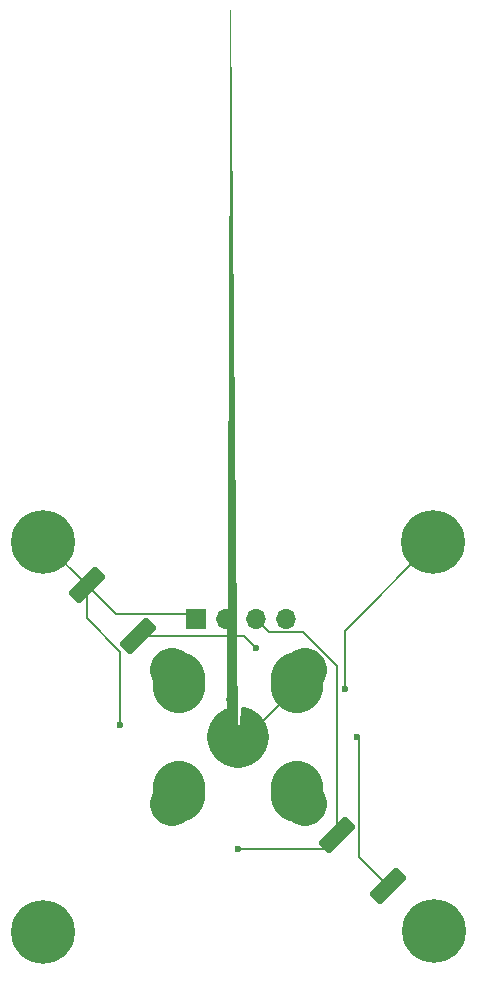
<source format=gbr>
%TF.GenerationSoftware,KiCad,Pcbnew,7.0.7*%
%TF.CreationDate,2023-09-04T20:48:42-04:00*%
%TF.ProjectId,square,73717561-7265-42e6-9b69-6361645f7063,rev?*%
%TF.SameCoordinates,Original*%
%TF.FileFunction,Copper,L1,Top*%
%TF.FilePolarity,Positive*%
%FSLAX46Y46*%
G04 Gerber Fmt 4.6, Leading zero omitted, Abs format (unit mm)*
G04 Created by KiCad (PCBNEW 7.0.7) date 2023-09-04 20:48:42*
%MOMM*%
%LPD*%
G01*
G04 APERTURE LIST*
G04 Aperture macros list*
%AMRoundRect*
0 Rectangle with rounded corners*
0 $1 Rounding radius*
0 $2 $3 $4 $5 $6 $7 $8 $9 X,Y pos of 4 corners*
0 Add a 4 corners polygon primitive as box body*
4,1,4,$2,$3,$4,$5,$6,$7,$8,$9,$2,$3,0*
0 Add four circle primitives for the rounded corners*
1,1,$1+$1,$2,$3*
1,1,$1+$1,$4,$5*
1,1,$1+$1,$6,$7*
1,1,$1+$1,$8,$9*
0 Add four rect primitives between the rounded corners*
20,1,$1+$1,$2,$3,$4,$5,0*
20,1,$1+$1,$4,$5,$6,$7,0*
20,1,$1+$1,$6,$7,$8,$9,0*
20,1,$1+$1,$8,$9,$2,$3,0*%
%AMFreePoly0*
4,1,45,0.263282,1.831170,0.521205,1.775062,0.768518,1.682819,1.000186,1.556319,1.211492,1.398137,1.398137,1.211492,1.556319,1.000186,1.682819,0.768518,1.775062,0.521205,1.831170,0.263282,1.850000,0.000000,1.831170,-0.263282,1.775062,-0.521205,1.682819,-0.768518,1.556319,-1.000186,1.398137,-1.211492,1.211492,-1.398137,1.000186,-1.556319,0.768518,-1.682819,0.521205,-1.775062,
0.263282,-1.831170,0.000000,-1.850000,-0.263282,-1.831170,-0.521205,-1.775062,-0.768518,-1.682819,-1.000186,-1.556319,-1.211492,-1.398137,-1.398137,-1.211492,-1.556319,-1.000186,-1.682819,-0.768518,-1.775062,-0.521205,-1.831170,-0.263282,-1.850000,0.000000,-1.831170,0.263282,-1.775062,0.521205,-1.682819,0.768518,-1.556319,1.000186,-1.398137,1.211492,-1.211492,1.398137,-1.000186,1.556319,
-0.768518,1.682819,-0.521205,1.775062,-0.263282,1.831170,0.000000,1.850000,0.263282,1.831170,0.263282,1.831170,$1*%
%AMFreePoly1*
4,1,49,0.287158,2.181179,0.569402,2.125037,0.841904,2.032535,1.100000,1.905256,1.339275,1.745377,1.555635,1.555635,1.745377,1.339275,1.905256,1.100000,2.032535,0.841904,2.125037,0.569402,2.181179,0.287158,2.200000,0.000000,2.181179,-0.287158,2.125037,-0.569402,2.032535,-0.841904,1.905256,-1.100000,1.745377,-1.339275,1.555635,-1.555635,1.339275,-1.745377,1.100000,-1.905256,
0.841904,-2.032535,0.569402,-2.125037,0.287158,-2.181179,0.000000,-2.200000,-0.287158,-2.181179,-0.569402,-2.125037,-0.841904,-2.032535,-1.100000,-1.905256,-1.339275,-1.745377,-1.555635,-1.555635,-1.745377,-1.339275,-1.905256,-1.100000,-2.032535,-0.841904,-2.125037,-0.569402,-2.181179,-0.287158,-2.200000,0.000000,-2.181179,0.287158,-2.125037,0.569402,-2.032535,0.841904,-1.905256,1.100000,
-1.745377,1.339275,-1.555635,1.555635,-1.339275,1.745377,-1.100000,1.905256,-0.841904,2.032535,-0.569402,2.125037,-0.287158,2.181179,0.000000,2.200000,0.287158,2.181179,0.287158,2.181179,$1*%
%AMFreePoly2*
4,1,53,0.313395,2.581043,0.622221,2.524449,0.921973,2.431042,1.208280,2.302186,1.476968,2.139758,1.724119,1.946128,1.946128,1.724119,2.139758,1.476968,2.302186,1.208280,2.431042,0.921973,2.524449,0.622221,2.581043,0.313395,2.600000,0.000000,2.581043,-0.313395,2.524449,-0.622221,2.431042,-0.921973,2.302186,-1.208280,2.139758,-1.476968,1.946128,-1.724119,1.724119,-1.946128,
1.476968,-2.139758,1.208280,-2.302186,0.921973,-2.431042,0.622221,-2.524449,0.313395,-2.581043,0.000000,-2.600000,-0.313395,-2.581043,-0.622221,-2.524449,-0.921973,-2.431042,-1.208280,-2.302186,-1.476968,-2.139758,-1.724119,-1.946128,-1.946128,-1.724119,-2.139758,-1.476968,-2.302186,-1.208280,-2.431042,-0.921973,-2.524449,-0.622221,-2.581043,-0.313395,-2.600000,0.000000,-2.581043,0.313395,
-2.524449,0.622221,-2.431042,0.921973,-2.302186,1.208280,-2.139758,1.476968,-1.946128,1.724119,-1.724119,1.946128,-1.476968,2.139758,-1.208280,2.302186,-0.921973,2.431042,-0.622221,2.524449,-0.313395,2.581043,0.000000,2.600000,0.313395,2.581043,0.313395,2.581043,$1*%
G04 Aperture macros list end*
%TA.AperFunction,ComponentPad*%
%ADD10R,1.700000X1.700000*%
%TD*%
%TA.AperFunction,ComponentPad*%
%ADD11O,1.700000X1.700000*%
%TD*%
%TA.AperFunction,SMDPad,CuDef*%
%ADD12RoundRect,0.249999X1.325827X0.689429X0.689429X1.325827X-1.325827X-0.689429X-0.689429X-1.325827X0*%
%TD*%
%TA.AperFunction,ComponentPad*%
%ADD13C,0.800000*%
%TD*%
%TA.AperFunction,ComponentPad*%
%ADD14C,5.400000*%
%TD*%
%TA.AperFunction,ComponentPad*%
%ADD15FreePoly0,0.000000*%
%TD*%
%TA.AperFunction,ComponentPad*%
%ADD16FreePoly1,0.000000*%
%TD*%
%TA.AperFunction,ComponentPad*%
%ADD17FreePoly2,0.000000*%
%TD*%
%TA.AperFunction,ViaPad*%
%ADD18C,0.600000*%
%TD*%
%TA.AperFunction,Conductor*%
%ADD19C,0.200000*%
%TD*%
G04 APERTURE END LIST*
D10*
%TO.P,J1,1,Pin_1*%
%TO.N,GND*%
X-3620000Y10000000D03*
D11*
%TO.P,J1,2,Pin_2*%
%TO.N,VDDA*%
X-1080000Y10000000D03*
%TO.P,J1,3,Pin_3*%
%TO.N,IN+*%
X1460000Y10000000D03*
%TO.P,J1,4,Pin_4*%
%TO.N,IN-*%
X4000000Y10000000D03*
%TD*%
D12*
%TO.P,R3,1*%
%TO.N,IN-*%
X-8500000Y8500000D03*
%TO.P,R3,2*%
%TO.N,GND*%
X-12813352Y12813352D03*
%TD*%
D13*
%TO.P,H1,1,1*%
%TO.N,GND*%
X-18550000Y16500000D03*
X-17956891Y17931891D03*
X-17956891Y15068109D03*
X-16525000Y18525000D03*
D14*
X-16525000Y16500000D03*
D13*
X-16525000Y14475000D03*
X-15093109Y17931891D03*
X-15093109Y15068109D03*
X-14500000Y16500000D03*
%TD*%
D15*
%TO.P,U1,1,GND*%
%TO.N,GND*%
X-5656854Y5656854D03*
X-5656854Y-5656854D03*
D16*
X-5000000Y5000000D03*
X-5000000Y4250000D03*
X-5000000Y-4250000D03*
X-5000000Y-5000000D03*
D17*
X0Y0D03*
D16*
X5000000Y5000000D03*
X5000000Y4250000D03*
X5000000Y-4250000D03*
X5000000Y-5000000D03*
D15*
X5656854Y5656854D03*
X5656854Y-5656854D03*
%TD*%
D13*
%TO.P,H2,1,1*%
%TO.N,GND*%
X14475000Y16475000D03*
X15068109Y17906891D03*
X15068109Y15043109D03*
X16500000Y18500000D03*
D14*
X16500000Y16475000D03*
D13*
X16500000Y14450000D03*
X17931891Y17906891D03*
X17931891Y15043109D03*
X18525000Y16475000D03*
%TD*%
D12*
%TO.P,R1,1*%
%TO.N,VDDA*%
X12656676Y-12656676D03*
%TO.P,R1,2*%
%TO.N,IN+*%
X8343324Y-8343324D03*
%TD*%
D13*
%TO.P,H3,1,1*%
%TO.N,GND*%
X-18550000Y-16500000D03*
X-17956891Y-15068109D03*
X-17956891Y-17931891D03*
X-16525000Y-14475000D03*
D14*
X-16525000Y-16500000D03*
D13*
X-16525000Y-18525000D03*
X-15093109Y-15068109D03*
X-15093109Y-17931891D03*
X-14500000Y-16500000D03*
%TD*%
%TO.P,H4,1,1*%
%TO.N,GND*%
X14543109Y-16431891D03*
X15136218Y-15000000D03*
X15136218Y-17863782D03*
X16568109Y-14406891D03*
D14*
X16568109Y-16431891D03*
D13*
X16568109Y-18456891D03*
X18000000Y-15000000D03*
X18000000Y-17863782D03*
X18593109Y-16431891D03*
%TD*%
D18*
%TO.N,GND*%
X9000000Y4000000D03*
X-10000000Y1000000D03*
%TO.N,VDDA*%
X10000000Y0D03*
%TO.N,IN+*%
X0Y-9500000D03*
%TO.N,IN-*%
X1500000Y7500000D03*
%TD*%
D19*
%TO.N,GND*%
X750000Y0D02*
X0Y0D01*
X-3995826Y10375826D02*
X-10375826Y10375826D01*
X-12813352Y12813352D02*
X-12813352Y10020280D01*
X16500000Y16475000D02*
X9000000Y8975000D01*
X-12813352Y10020280D02*
X-10000000Y7206928D01*
X-10000000Y7206928D02*
X-10000000Y1000000D01*
X-12838352Y12813352D02*
X-12813352Y12813352D01*
X5000000Y4250000D02*
X750000Y0D01*
X9000000Y8975000D02*
X9000000Y4000000D01*
X-3620000Y10000000D02*
X-3995826Y10375826D01*
X-16525000Y16500000D02*
X-12838352Y12813352D01*
X-10375826Y10375826D02*
X-12813352Y12813352D01*
%TO.N,VDDA*%
X10219150Y-219150D02*
X10219150Y-10219150D01*
X10219150Y-10219150D02*
X12656676Y-12656676D01*
X10000000Y0D02*
X10219150Y-219150D01*
%TO.N,IN+*%
X8343324Y6010944D02*
X5504268Y8850000D01*
X7186648Y-9500000D02*
X0Y-9500000D01*
X8343324Y-8343324D02*
X7186648Y-9500000D01*
X5504268Y8850000D02*
X2610000Y8850000D01*
X8500000Y-8186648D02*
X8343324Y-8343324D01*
X8343324Y-8343324D02*
X8343324Y6010944D01*
X2610000Y8850000D02*
X1460000Y10000000D01*
%TO.N,IN-*%
X-8500000Y8500000D02*
X500000Y8500000D01*
X500000Y8500000D02*
X1500000Y7500000D01*
%TD*%
M02*

</source>
